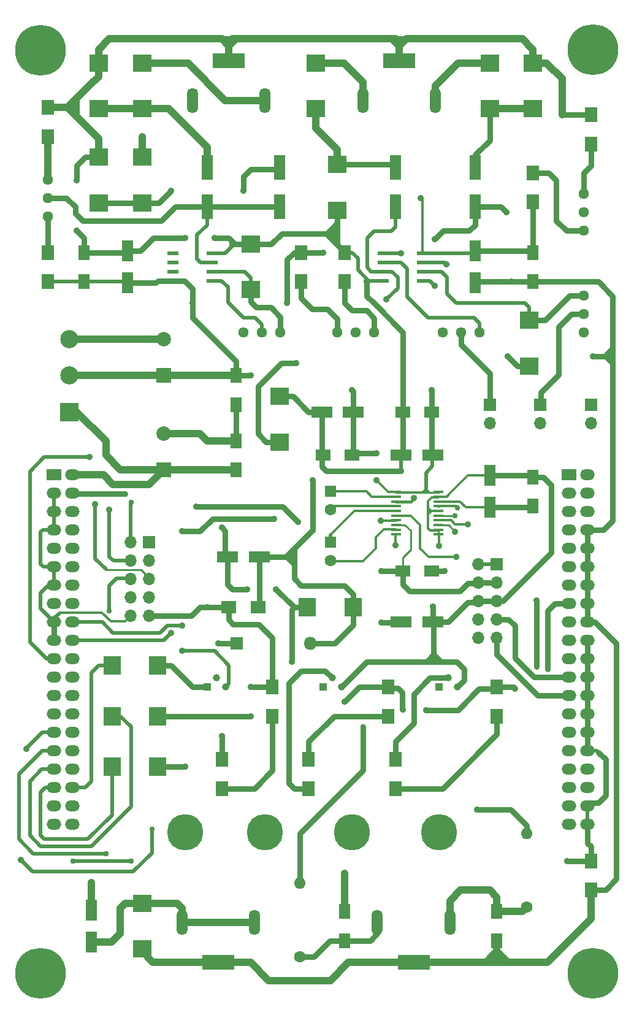
<source format=gbr>
G04 #@! TF.FileFunction,Copper,L1,Top,Signal*
%FSLAX46Y46*%
G04 Gerber Fmt 4.6, Leading zero omitted, Abs format (unit mm)*
G04 Created by KiCad (PCBNEW 4.0.7-e2-6376~58~ubuntu16.04.1) date Tue Nov 13 23:08:23 2018*
%MOMM*%
%LPD*%
G01*
G04 APERTURE LIST*
%ADD10C,0.100000*%
%ADD11R,2.000000X1.524000*%
%ADD12O,2.000000X1.524000*%
%ADD13C,7.000000*%
%ADD14O,1.500000X3.500000*%
%ADD15R,4.500000X2.000000*%
%ADD16R,1.600000X3.500000*%
%ADD17R,1.600000X2.000000*%
%ADD18R,2.000000X2.000000*%
%ADD19C,2.000000*%
%ADD20R,1.600000X3.000000*%
%ADD21R,1.600000X1.600000*%
%ADD22C,1.600000*%
%ADD23R,2.000000X1.600000*%
%ADD24R,3.000000X1.600000*%
%ADD25R,1.700000X2.000000*%
%ADD26R,1.700000X1.700000*%
%ADD27O,1.700000X1.700000*%
%ADD28C,1.000000*%
%ADD29R,1.000000X1.000000*%
%ADD30R,2.500000X2.400000*%
%ADD31C,1.440000*%
%ADD32R,2.000000X1.700000*%
%ADD33R,1.550000X0.600000*%
%ADD34R,1.450000X0.450000*%
%ADD35C,2.500000*%
%ADD36R,2.500000X2.500000*%
%ADD37R,2.400000X2.500000*%
%ADD38C,5.000000*%
%ADD39R,1.800000X1.800000*%
%ADD40O,1.800000X1.800000*%
%ADD41O,1.600000X1.600000*%
%ADD42C,0.900000*%
%ADD43C,0.750000*%
%ADD44C,0.750000*%
%ADD45C,0.500000*%
%ADD46C,1.000000*%
%ADD47C,0.300000*%
%ADD48C,0.250000*%
%ADD49C,0.400000*%
G04 APERTURE END LIST*
D10*
D11*
X143001761Y-93671721D03*
D12*
X145541761Y-93671721D03*
X143001761Y-106371721D03*
X145541761Y-96211721D03*
X143001761Y-108911721D03*
X145541761Y-98751721D03*
X143001761Y-111451721D03*
X145541761Y-101291721D03*
X143001761Y-113991721D03*
X145541761Y-103831721D03*
X143001761Y-116531721D03*
X145541761Y-106371721D03*
X143001761Y-119071721D03*
X145541761Y-108911721D03*
X143001761Y-121611721D03*
X145541761Y-111451721D03*
X143001761Y-124151721D03*
X145541761Y-113991721D03*
X143001761Y-126691721D03*
X145541761Y-116531721D03*
X143001761Y-129231721D03*
X145541761Y-119071721D03*
X143001761Y-131771721D03*
X145541761Y-121611721D03*
X145541761Y-124151721D03*
X143001761Y-134311721D03*
X145541761Y-126691721D03*
X145541761Y-131771721D03*
X145541761Y-134311721D03*
X145541761Y-136851721D03*
X145541761Y-139391721D03*
X143001761Y-136851721D03*
X143001761Y-139391721D03*
X143001761Y-96211721D03*
X143001761Y-98751721D03*
X143001761Y-101291721D03*
X143001761Y-103831721D03*
X143001761Y-141931721D03*
X145541761Y-141931721D03*
X145541761Y-129231721D03*
D11*
X71881761Y-93671721D03*
D12*
X74421761Y-93671721D03*
X71881761Y-96211721D03*
X74421761Y-96211721D03*
X71881761Y-98751721D03*
X74421761Y-98751721D03*
X71881761Y-101291721D03*
X74421761Y-101291721D03*
X71881761Y-103831721D03*
X74421761Y-103831721D03*
X71881761Y-106371721D03*
X74421761Y-106371721D03*
X71881761Y-108911721D03*
X74421761Y-108911721D03*
X71881761Y-111451721D03*
X74421761Y-111451721D03*
X71881761Y-113991721D03*
X74421761Y-113991721D03*
X71881761Y-116531721D03*
X74421761Y-116531721D03*
X71881761Y-119071721D03*
X74421761Y-119071721D03*
X71881761Y-121611721D03*
X74421761Y-121611721D03*
X71881761Y-124151721D03*
X74421761Y-124151721D03*
X71881761Y-126691721D03*
X74421761Y-126691721D03*
X71881761Y-129231721D03*
X74421761Y-129231721D03*
X71881761Y-131771721D03*
X74421761Y-131771721D03*
X71881761Y-134311721D03*
X74421761Y-134311721D03*
X71881761Y-136851721D03*
X74421761Y-136851721D03*
X71881761Y-139391721D03*
X74421761Y-139391721D03*
X71881761Y-141931721D03*
X74421761Y-141931721D03*
D13*
X69976761Y-162505721D03*
X146303761Y-162505721D03*
X69976761Y-35124721D03*
X146303761Y-34997721D03*
D14*
X114500000Y-42000000D03*
X124500000Y-42000000D03*
D15*
X119500000Y-36500000D03*
D16*
X119000000Y-51300000D03*
X119000000Y-56700000D03*
X130000000Y-51300000D03*
X130000000Y-56700000D03*
D17*
X97000000Y-93000000D03*
X97000000Y-89000000D03*
D18*
X87000000Y-93000000D03*
D19*
X87000000Y-88000000D03*
D17*
X138000000Y-63000000D03*
X138000000Y-67000000D03*
X97000000Y-80000000D03*
X97000000Y-84000000D03*
D20*
X130000000Y-62800000D03*
X130000000Y-67200000D03*
D18*
X87000000Y-80000000D03*
D19*
X87000000Y-75000000D03*
D16*
X103000000Y-51300000D03*
X103000000Y-56700000D03*
X93000000Y-51300000D03*
X93000000Y-56700000D03*
D17*
X76000000Y-67000000D03*
X76000000Y-63000000D03*
D20*
X82000000Y-67200000D03*
X82000000Y-62800000D03*
D17*
X138000000Y-98000000D03*
X138000000Y-94000000D03*
D20*
X132000000Y-98200000D03*
X132000000Y-93800000D03*
D21*
X110000000Y-103000000D03*
D22*
X110000000Y-105500000D03*
D23*
X120000000Y-107000000D03*
X124000000Y-107000000D03*
D24*
X100200000Y-105000000D03*
X95800000Y-105000000D03*
D21*
X110000000Y-96000000D03*
D22*
X110000000Y-98500000D03*
D24*
X119800000Y-114000000D03*
X124200000Y-114000000D03*
X124200000Y-91000000D03*
X119800000Y-91000000D03*
D23*
X124000000Y-85000000D03*
X120000000Y-85000000D03*
D20*
X77000000Y-153800000D03*
X77000000Y-158200000D03*
D17*
X112000000Y-158000000D03*
X112000000Y-154000000D03*
X133000000Y-154000000D03*
X133000000Y-158000000D03*
D23*
X113000000Y-91000000D03*
X109000000Y-91000000D03*
D24*
X113200000Y-85000000D03*
X108800000Y-85000000D03*
D25*
X107000000Y-137000000D03*
X107000000Y-133000000D03*
X95000000Y-133000000D03*
X95000000Y-137000000D03*
X119000000Y-133000000D03*
X119000000Y-137000000D03*
D26*
X132000000Y-84000000D03*
D27*
X132000000Y-86540000D03*
D26*
X139000000Y-84000000D03*
D27*
X139000000Y-86540000D03*
D26*
X85000000Y-103000000D03*
D27*
X82460000Y-103000000D03*
X85000000Y-105540000D03*
X82460000Y-105540000D03*
X85000000Y-108080000D03*
X82460000Y-108080000D03*
X85000000Y-110620000D03*
X82460000Y-110620000D03*
X85000000Y-113160000D03*
X82460000Y-113160000D03*
D26*
X133000000Y-106000000D03*
D27*
X130460000Y-106000000D03*
X133000000Y-108540000D03*
X130460000Y-108540000D03*
X133000000Y-111080000D03*
X130460000Y-111080000D03*
X133000000Y-113620000D03*
X130460000Y-113620000D03*
X133000000Y-116160000D03*
X130460000Y-116160000D03*
D26*
X146000000Y-84000000D03*
D27*
X146000000Y-86540000D03*
D28*
X110270000Y-121730000D03*
X111540000Y-123000000D03*
D29*
X109000000Y-123000000D03*
D28*
X94270000Y-121730000D03*
X95540000Y-123000000D03*
D29*
X93000000Y-123000000D03*
D28*
X126270000Y-121730000D03*
X127540000Y-123000000D03*
D29*
X125000000Y-123000000D03*
D25*
X106000000Y-63000000D03*
X106000000Y-67000000D03*
X112000000Y-63000000D03*
X112000000Y-67000000D03*
X138000000Y-56000000D03*
X138000000Y-52000000D03*
X146000000Y-44000000D03*
X146000000Y-48000000D03*
D30*
X108000000Y-43150000D03*
X108000000Y-36850000D03*
X132000000Y-43150000D03*
X132000000Y-36850000D03*
X111000000Y-50850000D03*
X111000000Y-57150000D03*
X138000000Y-43150000D03*
X138000000Y-36850000D03*
D31*
X125500000Y-74000000D03*
X128040000Y-74000000D03*
X130580000Y-74000000D03*
X145000000Y-74000000D03*
X145000000Y-71460000D03*
X145000000Y-68920000D03*
D25*
X71000000Y-67000000D03*
X71000000Y-63000000D03*
X71000000Y-43000000D03*
X71000000Y-47000000D03*
D31*
X98000000Y-74000000D03*
X100540000Y-74000000D03*
X103080000Y-74000000D03*
D25*
X118000000Y-123000000D03*
X118000000Y-127000000D03*
D32*
X96000000Y-112000000D03*
X100000000Y-112000000D03*
D25*
X102000000Y-123000000D03*
X102000000Y-127000000D03*
X146000000Y-147000000D03*
X146000000Y-151000000D03*
X133000000Y-123000000D03*
X133000000Y-127000000D03*
D33*
X117300000Y-63095000D03*
X117300000Y-64365000D03*
X117300000Y-65635000D03*
X117300000Y-66905000D03*
X122700000Y-66905000D03*
X122700000Y-65635000D03*
X122700000Y-64365000D03*
X122700000Y-63095000D03*
X93700000Y-66905000D03*
X93700000Y-65635000D03*
X93700000Y-64365000D03*
X93700000Y-63095000D03*
X88300000Y-63095000D03*
X88300000Y-64365000D03*
X88300000Y-65635000D03*
X88300000Y-66905000D03*
D34*
X119050000Y-96075000D03*
X119050000Y-96725000D03*
X119050000Y-97375000D03*
X119050000Y-98025000D03*
X119050000Y-98675000D03*
X119050000Y-99325000D03*
X119050000Y-99975000D03*
X119050000Y-100625000D03*
X119050000Y-101275000D03*
X119050000Y-101925000D03*
X124950000Y-101925000D03*
X124950000Y-101275000D03*
X124950000Y-100625000D03*
X124950000Y-99975000D03*
X124950000Y-99325000D03*
X124950000Y-98675000D03*
X124950000Y-98025000D03*
X124950000Y-97375000D03*
X124950000Y-96725000D03*
X124950000Y-96075000D03*
D31*
X111000000Y-74000000D03*
X113540000Y-74000000D03*
X116080000Y-74000000D03*
X145000000Y-60000000D03*
X145000000Y-57460000D03*
X145000000Y-54920000D03*
X71000000Y-58000000D03*
X71000000Y-55460000D03*
X71000000Y-52920000D03*
D35*
X74000000Y-75000000D03*
D36*
X74000000Y-85000000D03*
D35*
X74000000Y-80000000D03*
D30*
X84000000Y-56150000D03*
X84000000Y-49850000D03*
X84000000Y-43150000D03*
X84000000Y-36850000D03*
X78000000Y-56150000D03*
X78000000Y-49850000D03*
X78000000Y-43150000D03*
X78000000Y-36850000D03*
D37*
X79850000Y-127000000D03*
X86150000Y-127000000D03*
X79850000Y-120000000D03*
X86150000Y-120000000D03*
X113150000Y-112000000D03*
X106850000Y-112000000D03*
X79850000Y-134000000D03*
X86150000Y-134000000D03*
D30*
X103000000Y-82850000D03*
X103000000Y-89150000D03*
X137500000Y-72350000D03*
X137500000Y-78650000D03*
X99000000Y-61850000D03*
X99000000Y-68150000D03*
X84000000Y-159150000D03*
X84000000Y-152850000D03*
D38*
X90000000Y-143000000D03*
X101000000Y-143000000D03*
X113000000Y-143000000D03*
X125000000Y-143000000D03*
D39*
X97100000Y-117000000D03*
D40*
X107260000Y-117000000D03*
D22*
X105800000Y-160200000D03*
D41*
X105800000Y-150040000D03*
D22*
X137100000Y-153400000D03*
D41*
X137100000Y-143240000D03*
D14*
X126500000Y-155500000D03*
X116500000Y-155500000D03*
D15*
X121500000Y-161000000D03*
D14*
X99500000Y-155500000D03*
X89500000Y-155500000D03*
D15*
X94500000Y-161000000D03*
D14*
X91000000Y-42000000D03*
X101000000Y-42000000D03*
D15*
X96000000Y-36500000D03*
D42*
X135500000Y-123200000D03*
D43*
X138500000Y-120200000D03*
D42*
X138500000Y-111000000D03*
X99000000Y-123000000D03*
X112000000Y-125000000D03*
X123250000Y-126150000D03*
X120000000Y-126100000D03*
X93000000Y-93000000D03*
X93000000Y-112000000D03*
X117700000Y-69500000D03*
X134300000Y-57460000D03*
X124400000Y-61200000D03*
X124400000Y-67600000D03*
X104700000Y-119500000D03*
X124200000Y-111900000D03*
X119000000Y-103400000D03*
X125000000Y-103500000D03*
X125800000Y-107000000D03*
X142750000Y-147000000D03*
X112000000Y-148750000D03*
X95000000Y-101000000D03*
D43*
X95000000Y-89000000D03*
D42*
X102500000Y-109500000D03*
X98500000Y-109500000D03*
X89500000Y-118000000D03*
D43*
X82500000Y-97500000D03*
D42*
X109000000Y-63000000D03*
X122500000Y-55500000D03*
X99000000Y-80000000D03*
X117020000Y-114060000D03*
X117040000Y-107010000D03*
X116350000Y-94400000D03*
X116350000Y-90750000D03*
X124000000Y-82000000D03*
X113000000Y-82000000D03*
X104000000Y-70000000D03*
X91000000Y-70000000D03*
X146300000Y-77300000D03*
X134500000Y-77300000D03*
X119760000Y-93170000D03*
X121560000Y-96920000D03*
X90000000Y-61000000D03*
X94000000Y-61000000D03*
X75000000Y-60000000D03*
X75000000Y-53000000D03*
X142000000Y-44000000D03*
X135000000Y-67000000D03*
X115000000Y-67000000D03*
X88000000Y-54500000D03*
X98000000Y-54500000D03*
D43*
X127580000Y-98240000D03*
D42*
X107530000Y-94410000D03*
D43*
X140000000Y-120500000D03*
D42*
X77000000Y-150000000D03*
X95000000Y-129750000D03*
D43*
X74500000Y-147000000D03*
X82500000Y-147000000D03*
D42*
X94500000Y-117000000D03*
X84000000Y-47000000D03*
X119800000Y-63100000D03*
X126000000Y-64600000D03*
X89500000Y-114500000D03*
X79500000Y-98500000D03*
X68000000Y-131500000D03*
X77500000Y-97750000D03*
X76750000Y-91250000D03*
D43*
X79500000Y-112500000D03*
X79000000Y-146000000D03*
D42*
X88000000Y-115500000D03*
X99000000Y-127000000D03*
X90000000Y-134000000D03*
X117000000Y-100000000D03*
D43*
X114500000Y-128500000D03*
D42*
X130300000Y-139900000D03*
X127400000Y-105000000D03*
X127250000Y-101550000D03*
D43*
X85350000Y-142650000D03*
D42*
X67275000Y-146875000D03*
X129000000Y-100500000D03*
X89500000Y-101500000D03*
X102250000Y-99750000D03*
D43*
X81700000Y-96350000D03*
D42*
X91500000Y-98050000D03*
X105550000Y-100200000D03*
D43*
X127250000Y-99350000D03*
D42*
X105250000Y-78250000D03*
D44*
X96000000Y-112000000D02*
X96000000Y-113700000D01*
X102000000Y-116200000D02*
X102000000Y-123000000D01*
X100100000Y-114300000D02*
X102000000Y-116200000D01*
X96600000Y-114300000D02*
X100100000Y-114300000D01*
X96000000Y-113700000D02*
X96600000Y-114300000D01*
X135300000Y-123000000D02*
X133000000Y-123000000D01*
D45*
X135500000Y-123200000D02*
X135300000Y-123000000D01*
D44*
X138500000Y-111000000D02*
X138500000Y-120200000D01*
X102000000Y-123000000D02*
X99000000Y-123000000D01*
X112000000Y-125000000D02*
X114000000Y-123000000D01*
X114000000Y-123000000D02*
X118000000Y-123000000D01*
D45*
X118000000Y-123000000D02*
X118100000Y-123100000D01*
D44*
X118100000Y-123100000D02*
X119350000Y-123100000D01*
X130550000Y-123250000D02*
X132750000Y-123250000D01*
X127650000Y-126150000D02*
X130550000Y-123250000D01*
X123250000Y-126150000D02*
X127650000Y-126150000D01*
D45*
X119950000Y-126100000D02*
X120000000Y-126100000D01*
D44*
X119950000Y-123700000D02*
X119950000Y-126100000D01*
X119350000Y-123100000D02*
X119950000Y-123700000D01*
D45*
X132750000Y-123250000D02*
X133000000Y-123000000D01*
X117750000Y-123250000D02*
X118000000Y-123000000D01*
X96000000Y-112000000D02*
X93000000Y-112000000D01*
X93000000Y-93000000D02*
X97000000Y-93000000D01*
X130460000Y-106000000D02*
X133000000Y-106000000D01*
D44*
X85000000Y-113160000D02*
X90840000Y-113160000D01*
X92000000Y-112000000D02*
X96000000Y-112000000D01*
X90840000Y-113160000D02*
X92000000Y-112000000D01*
D46*
X74421761Y-93671721D02*
X78671721Y-93671721D01*
X85000000Y-95000000D02*
X87000000Y-93000000D01*
X80000000Y-95000000D02*
X85000000Y-95000000D01*
X78671721Y-93671721D02*
X80000000Y-95000000D01*
X87000000Y-93000000D02*
X93000000Y-93000000D01*
X93000000Y-93000000D02*
X97000000Y-93000000D01*
X74000000Y-85000000D02*
X75000000Y-85000000D01*
X75000000Y-85000000D02*
X79000000Y-89000000D01*
X79000000Y-89000000D02*
X79000000Y-91000000D01*
X79000000Y-91000000D02*
X81000000Y-93000000D01*
X81000000Y-93000000D02*
X87000000Y-93000000D01*
D44*
X111000000Y-50850000D02*
X118550000Y-50850000D01*
D45*
X118550000Y-50850000D02*
X119000000Y-51300000D01*
D46*
X108000000Y-43150000D02*
X108000000Y-45800000D01*
X111000000Y-48800000D02*
X111000000Y-50850000D01*
X108000000Y-45800000D02*
X111000000Y-48800000D01*
D45*
X117300000Y-65635000D02*
X115635000Y-65635000D01*
X119000000Y-59500000D02*
X119000000Y-56700000D01*
X118400000Y-60100000D02*
X119000000Y-59500000D01*
X116000000Y-60100000D02*
X118400000Y-60100000D01*
X115100000Y-61000000D02*
X116000000Y-60100000D01*
X115100000Y-65100000D02*
X115100000Y-61000000D01*
X115635000Y-65635000D02*
X115100000Y-65100000D01*
X118535000Y-65635000D02*
X119300000Y-66400000D01*
X119300000Y-66400000D02*
X119300000Y-67900000D01*
X119300000Y-67900000D02*
X117700000Y-69500000D01*
X117300000Y-65635000D02*
X118535000Y-65635000D01*
D46*
X132000000Y-43150000D02*
X138000000Y-43150000D01*
D44*
X130000000Y-51300000D02*
X130000000Y-49500000D01*
X132000000Y-47500000D02*
X132000000Y-43150000D01*
X130000000Y-49500000D02*
X132000000Y-47500000D01*
X130000000Y-56700000D02*
X133540000Y-56700000D01*
X133540000Y-56700000D02*
X134300000Y-57460000D01*
D45*
X123705000Y-66905000D02*
X124400000Y-67600000D01*
X122700000Y-66905000D02*
X123705000Y-66905000D01*
D44*
X130000000Y-59200000D02*
X130000000Y-56700000D01*
X129200000Y-60000000D02*
X130000000Y-59200000D01*
X125600000Y-60000000D02*
X129200000Y-60000000D01*
X124400000Y-61200000D02*
X125600000Y-60000000D01*
X104700000Y-112500000D02*
X104700000Y-112300000D01*
X104700000Y-112300000D02*
X105000000Y-112000000D01*
X104700000Y-113600000D02*
X104700000Y-112500000D01*
X104700000Y-113600000D02*
X104700000Y-119500000D01*
X124175000Y-118575000D02*
X124375000Y-118575000D01*
X124375000Y-118575000D02*
X125300000Y-119500000D01*
X123450000Y-119500000D02*
X123450000Y-119300000D01*
X123450000Y-119300000D02*
X124175000Y-118575000D01*
X124175000Y-118575000D02*
X124250000Y-118500000D01*
D47*
X72565000Y-112785000D02*
X72660000Y-112690000D01*
X81700000Y-113920000D02*
X82460000Y-113160000D01*
X79700000Y-113920000D02*
X81700000Y-113920000D01*
X78470000Y-112690000D02*
X79700000Y-113920000D01*
X78430000Y-112690000D02*
X78470000Y-112690000D01*
X72660000Y-112690000D02*
X78430000Y-112690000D01*
X71881761Y-113991721D02*
X71930000Y-113943482D01*
X71930000Y-113943482D02*
X71930000Y-113530000D01*
X71930000Y-113530000D02*
X71930000Y-113420000D01*
D45*
X71930000Y-113420000D02*
X72565000Y-112785000D01*
D47*
X72565000Y-112785000D02*
X72590000Y-112760000D01*
D45*
X71881761Y-113991721D02*
X70000000Y-112109960D01*
X70000000Y-110000000D02*
X71000000Y-109000000D01*
X70000000Y-112109960D02*
X70000000Y-110000000D01*
D48*
X71000000Y-109000000D02*
X71793482Y-109000000D01*
X71793482Y-109000000D02*
X71881761Y-108911721D01*
D44*
X71881761Y-113991721D02*
X71881761Y-116531721D01*
D48*
X71881761Y-96211721D02*
X71881761Y-98751721D01*
X138000000Y-94000000D02*
X138050000Y-94050000D01*
D44*
X138050000Y-94050000D02*
X139400000Y-94050000D01*
D48*
X133850000Y-111100000D02*
X133800000Y-111100000D01*
D44*
X133850000Y-111100000D02*
X140500000Y-104450000D01*
X140500000Y-95150000D02*
X140500000Y-104450000D01*
X139400000Y-94050000D02*
X140500000Y-95150000D01*
D48*
X133000000Y-111080000D02*
X133020000Y-111100000D01*
X133020000Y-111100000D02*
X133800000Y-111100000D01*
D44*
X124200000Y-114000000D02*
X124200000Y-111900000D01*
D47*
X123500000Y-98800000D02*
X123600000Y-98700000D01*
D48*
X123600000Y-98700000D02*
X123900000Y-98700000D01*
D47*
X123900000Y-98700000D02*
X123500000Y-98300000D01*
D48*
X123500000Y-98300000D02*
X123600000Y-98400000D01*
X123600000Y-98400000D02*
X123500000Y-98400000D01*
D47*
X123500000Y-99100000D02*
X123500000Y-98800000D01*
X123500000Y-98800000D02*
X123500000Y-98400000D01*
X123500000Y-98400000D02*
X123500000Y-97900000D01*
X123500000Y-97900000D02*
X123500000Y-97300000D01*
X123500000Y-97300000D02*
X124000000Y-96800000D01*
X124000000Y-96800000D02*
X124875000Y-96800000D01*
D48*
X124875000Y-96800000D02*
X124950000Y-96725000D01*
X124875000Y-96800000D02*
X124950000Y-96725000D01*
X119050000Y-101925000D02*
X119000000Y-101975000D01*
D47*
X119000000Y-101975000D02*
X119000000Y-103400000D01*
D44*
X124000000Y-107000000D02*
X125800000Y-107000000D01*
D47*
X125000000Y-103500000D02*
X125000000Y-101975000D01*
D48*
X125000000Y-101975000D02*
X124950000Y-101925000D01*
X124950000Y-101275000D02*
X124950000Y-101925000D01*
X124950000Y-98675000D02*
X124925000Y-98700000D01*
D47*
X124925000Y-98700000D02*
X124000000Y-98700000D01*
X124000000Y-98700000D02*
X123900000Y-98700000D01*
D48*
X123900000Y-98700000D02*
X123500000Y-99100000D01*
D47*
X123500000Y-99100000D02*
X123500000Y-100800000D01*
X123500000Y-100800000D02*
X123500000Y-100900000D01*
X123500000Y-100900000D02*
X123500000Y-101100000D01*
X123500000Y-101100000D02*
X123800000Y-101400000D01*
X123800000Y-101400000D02*
X124825000Y-101400000D01*
D48*
X124825000Y-101400000D02*
X124950000Y-101275000D01*
D47*
X132000000Y-93800000D02*
X129000000Y-93800000D01*
X126100000Y-96700000D02*
X124975000Y-96700000D01*
X126400000Y-96400000D02*
X126100000Y-96700000D01*
X129000000Y-93800000D02*
X126400000Y-96400000D01*
D48*
X124975000Y-96700000D02*
X124950000Y-96725000D01*
X124950000Y-96725000D02*
X124975000Y-96700000D01*
X124950000Y-96725000D02*
X124955000Y-96730000D01*
X131900000Y-93900000D02*
X132000000Y-93800000D01*
X124950000Y-96725000D02*
X124975000Y-96750000D01*
D46*
X112000000Y-154000000D02*
X112000000Y-148750000D01*
D44*
X142750000Y-147000000D02*
X146000000Y-147000000D01*
X124200000Y-114000000D02*
X126250000Y-114000000D01*
X129000000Y-111250000D02*
X130290000Y-111250000D01*
X126250000Y-114000000D02*
X129000000Y-111250000D01*
D45*
X130290000Y-111250000D02*
X130460000Y-111080000D01*
X124750000Y-119500000D02*
X124250000Y-119000000D01*
X123750000Y-119500000D02*
X124250000Y-119000000D01*
X124200000Y-114000000D02*
X124250000Y-114050000D01*
D44*
X124250000Y-114050000D02*
X124250000Y-118500000D01*
X124250000Y-118500000D02*
X124250000Y-119000000D01*
X124250000Y-119000000D02*
X124250000Y-119500000D01*
X132000000Y-93800000D02*
X137800000Y-93800000D01*
D45*
X137800000Y-93800000D02*
X138000000Y-94000000D01*
X145541761Y-119071721D02*
X145541761Y-124151721D01*
X145541761Y-116531721D02*
X145541761Y-119071721D01*
X145541761Y-119071721D02*
X145541761Y-121611721D01*
X97000000Y-89000000D02*
X95000000Y-89000000D01*
D44*
X95500000Y-101500000D02*
X95500000Y-104700000D01*
X95000000Y-101000000D02*
X95500000Y-101500000D01*
D45*
X95500000Y-104700000D02*
X95800000Y-105000000D01*
D44*
X146000000Y-147000000D02*
X146000000Y-145000000D01*
X145541761Y-144541761D02*
X145541761Y-141931721D01*
X146000000Y-145000000D02*
X145541761Y-144541761D01*
X111540000Y-123000000D02*
X111540000Y-122960000D01*
X111540000Y-122960000D02*
X115000000Y-119500000D01*
X128500000Y-122040000D02*
X127540000Y-123000000D01*
X125300000Y-119500000D02*
X127500000Y-119500000D01*
X128500000Y-120500000D02*
X128500000Y-122040000D01*
X127500000Y-119500000D02*
X128500000Y-120500000D01*
X115000000Y-119500000D02*
X123450000Y-119500000D01*
X123450000Y-119500000D02*
X123750000Y-119500000D01*
X123750000Y-119500000D02*
X124250000Y-119500000D01*
X124250000Y-119500000D02*
X124750000Y-119500000D01*
X124750000Y-119500000D02*
X125300000Y-119500000D01*
X95800000Y-105000000D02*
X95800000Y-108800000D01*
X105000000Y-112000000D02*
X106850000Y-112000000D01*
X102500000Y-109500000D02*
X105000000Y-112000000D01*
X96500000Y-109500000D02*
X98500000Y-109500000D01*
X95800000Y-108800000D02*
X96500000Y-109500000D01*
D45*
X96000000Y-122540000D02*
X95540000Y-123000000D01*
X96000000Y-120000000D02*
X96000000Y-122540000D01*
X94000000Y-118000000D02*
X96000000Y-120000000D01*
X93000000Y-118000000D02*
X94000000Y-118000000D01*
X89500000Y-118000000D02*
X93000000Y-118000000D01*
X71881761Y-101291721D02*
X70291721Y-101291721D01*
X70371721Y-106371721D02*
X71881761Y-106371721D01*
X70000000Y-106000000D02*
X70371721Y-106371721D01*
X70000000Y-101583442D02*
X70000000Y-106000000D01*
X70291721Y-101291721D02*
X70000000Y-101583442D01*
X71881761Y-106371721D02*
X71881761Y-108911721D01*
X71881761Y-96211721D02*
X71881761Y-101291721D01*
X145541761Y-131771721D02*
X146771721Y-131771721D01*
D44*
X147000000Y-139000000D02*
X145933482Y-139000000D01*
X148000000Y-138000000D02*
X147000000Y-139000000D01*
X148000000Y-133000000D02*
X148000000Y-138000000D01*
X147000000Y-132000000D02*
X148000000Y-133000000D01*
D45*
X146771721Y-131771721D02*
X147000000Y-132000000D01*
X145933482Y-139000000D02*
X145541761Y-139391721D01*
D44*
X145541761Y-131771721D02*
X145541761Y-129231721D01*
X145541761Y-126691721D02*
X145541761Y-116531721D01*
X145541761Y-126691721D02*
X145541761Y-129231721D01*
D45*
X145541761Y-141931721D02*
X145541761Y-139391721D01*
D44*
X130460000Y-111080000D02*
X133000000Y-111080000D01*
X97000000Y-84000000D02*
X97000000Y-89000000D01*
D46*
X87000000Y-88000000D02*
X92000000Y-88000000D01*
X92000000Y-88000000D02*
X93000000Y-89000000D01*
X93000000Y-89000000D02*
X97000000Y-89000000D01*
X74000000Y-75000000D02*
X87000000Y-75000000D01*
D45*
X82460000Y-103000000D02*
X82460000Y-97540000D01*
D47*
X82460000Y-97540000D02*
X82500000Y-97500000D01*
X122700000Y-63095000D02*
X122700000Y-55700000D01*
D44*
X109000000Y-63000000D02*
X106000000Y-63000000D01*
D47*
X122700000Y-55700000D02*
X122500000Y-55500000D01*
D44*
X97000000Y-80000000D02*
X99000000Y-80000000D01*
D45*
X119980000Y-108860000D02*
X120000000Y-108840000D01*
D44*
X127910000Y-109790000D02*
X121080000Y-109790000D01*
D45*
X121080000Y-109790000D02*
X121050000Y-109790000D01*
X121050000Y-109790000D02*
X120910000Y-109790000D01*
D44*
X120910000Y-109790000D02*
X119980000Y-108860000D01*
X130310000Y-108690000D02*
X129110000Y-108690000D01*
X129030000Y-108690000D02*
X127920000Y-109800000D01*
D45*
X129050000Y-108690000D02*
X129030000Y-108690000D01*
X129110000Y-108690000D02*
X129050000Y-108690000D01*
X127920000Y-109800000D02*
X127910000Y-109790000D01*
D44*
X120000000Y-108840000D02*
X120000000Y-107000000D01*
D45*
X130460000Y-108540000D02*
X130310000Y-108690000D01*
X120000000Y-107000000D02*
X120030000Y-107030000D01*
X119800000Y-114000000D02*
X119740000Y-114060000D01*
D44*
X119740000Y-114060000D02*
X117020000Y-114060000D01*
X117040000Y-107010000D02*
X119990000Y-107010000D01*
D45*
X119990000Y-107010000D02*
X120000000Y-107000000D01*
D47*
X118000000Y-96050000D02*
X116350000Y-94400000D01*
X119025000Y-96050000D02*
X118000000Y-96050000D01*
D44*
X116350000Y-90750000D02*
X113250000Y-90750000D01*
D48*
X113250000Y-90750000D02*
X113000000Y-91000000D01*
X119050000Y-96075000D02*
X119025000Y-96050000D01*
X118975000Y-96000000D02*
X119050000Y-96075000D01*
X120000000Y-107000000D02*
X119900000Y-107100000D01*
X120000000Y-107000000D02*
X120000000Y-105100000D01*
X120300000Y-100600000D02*
X119075000Y-100600000D01*
X120300000Y-100600000D02*
X121100000Y-101400000D01*
X121100000Y-101400000D02*
X121100000Y-103800000D01*
X121100000Y-103800000D02*
X121100000Y-104000000D01*
X121100000Y-104000000D02*
X120000000Y-105100000D01*
X119050000Y-100625000D02*
X119075000Y-100600000D01*
X122900000Y-96100000D02*
X123200000Y-95800000D01*
X123200000Y-95800000D02*
X123100000Y-95800000D01*
X123100000Y-95800000D02*
X123200000Y-95800000D01*
X122600000Y-96100000D02*
X123100000Y-95600000D01*
X123100000Y-95600000D02*
X123200000Y-95600000D01*
X123350000Y-95750000D02*
X123300000Y-95800000D01*
X123300000Y-96100000D02*
X123200000Y-96100000D01*
X123300000Y-95800000D02*
X123300000Y-96100000D01*
X123200000Y-95600000D02*
X123200000Y-95800000D01*
X123200000Y-95800000D02*
X123200000Y-96100000D01*
X123200000Y-96100000D02*
X123200000Y-96100000D01*
X119050000Y-96075000D02*
X119075000Y-96100000D01*
D47*
X119075000Y-96100000D02*
X122600000Y-96100000D01*
D48*
X122600000Y-96100000D02*
X122900000Y-96100000D01*
X122900000Y-96100000D02*
X123200000Y-96100000D01*
X123200000Y-96100000D02*
X123900000Y-96100000D01*
X124950000Y-96075000D02*
X124925000Y-96100000D01*
X124925000Y-96100000D02*
X123900000Y-96100000D01*
X123900000Y-96100000D02*
X123700000Y-96100000D01*
D45*
X124100000Y-92500000D02*
X124100000Y-91100000D01*
X123200000Y-95600000D02*
X123200000Y-93600000D01*
D48*
X123200000Y-93600000D02*
X123200000Y-93400000D01*
D45*
X123200000Y-93400000D02*
X124100000Y-92500000D01*
D48*
X123700000Y-96100000D02*
X123350000Y-95750000D01*
X123350000Y-95750000D02*
X123200000Y-95600000D01*
X124100000Y-91100000D02*
X124200000Y-91000000D01*
X124975000Y-96100000D02*
X124950000Y-96075000D01*
D44*
X130460000Y-108540000D02*
X133000000Y-108540000D01*
X113200000Y-85000000D02*
X113200000Y-90800000D01*
D45*
X113200000Y-90800000D02*
X113000000Y-91000000D01*
D44*
X124000000Y-85000000D02*
X124000000Y-90800000D01*
D45*
X124000000Y-90800000D02*
X124200000Y-91000000D01*
D44*
X124000000Y-82000000D02*
X124000000Y-85000000D01*
X113200000Y-82200000D02*
X113200000Y-85000000D01*
X113000000Y-82000000D02*
X113200000Y-82200000D01*
X105000000Y-63000000D02*
X106000000Y-63000000D01*
X104000000Y-64000000D02*
X105000000Y-63000000D01*
X104000000Y-65000000D02*
X104000000Y-64000000D01*
X104000000Y-70000000D02*
X104000000Y-65000000D01*
X88300000Y-66905000D02*
X89905000Y-66905000D01*
X89905000Y-66905000D02*
X91000000Y-68000000D01*
X91000000Y-68000000D02*
X91000000Y-70000000D01*
X97000000Y-80000000D02*
X97000000Y-78000000D01*
D45*
X91000000Y-68000000D02*
X89905000Y-66905000D01*
D44*
X91000000Y-72000000D02*
X91000000Y-70000000D01*
D45*
X91000000Y-70000000D02*
X91000000Y-68000000D01*
D44*
X97000000Y-78000000D02*
X91000000Y-72000000D01*
X130000000Y-62800000D02*
X137800000Y-62800000D01*
D45*
X137800000Y-62800000D02*
X138000000Y-63000000D01*
X122700000Y-63095000D02*
X129705000Y-63095000D01*
X129705000Y-63095000D02*
X130000000Y-62800000D01*
D44*
X138000000Y-56000000D02*
X138000000Y-63000000D01*
X82000000Y-67200000D02*
X85900000Y-67200000D01*
X85900000Y-67200000D02*
X86195000Y-66905000D01*
X86195000Y-66905000D02*
X88300000Y-66905000D01*
D45*
X76000000Y-67000000D02*
X81800000Y-67000000D01*
X81800000Y-67000000D02*
X82000000Y-67200000D01*
X71000000Y-67000000D02*
X76000000Y-67000000D01*
D46*
X87000000Y-80000000D02*
X97000000Y-80000000D01*
X74000000Y-80000000D02*
X87000000Y-80000000D01*
X96000000Y-34500000D02*
X95000000Y-33500000D01*
X96000000Y-34500000D02*
X97000000Y-33500000D01*
D44*
X97000000Y-33500000D02*
X96500000Y-33500000D01*
D46*
X119500000Y-34500000D02*
X118500000Y-33500000D01*
D44*
X118500000Y-33500000D02*
X119000000Y-33500000D01*
D46*
X119500000Y-34500000D02*
X120500000Y-33500000D01*
X119500000Y-36500000D02*
X119500000Y-34500000D01*
D44*
X119500000Y-34500000D02*
X119500000Y-33500000D01*
D46*
X96000000Y-36500000D02*
X96000000Y-34500000D01*
D44*
X96000000Y-34500000D02*
X96000000Y-33500000D01*
D46*
X78000000Y-36850000D02*
X78000000Y-35000000D01*
X78000000Y-35000000D02*
X79500000Y-33500000D01*
X79500000Y-33500000D02*
X95000000Y-33500000D01*
D44*
X95000000Y-33500000D02*
X96000000Y-33500000D01*
X96000000Y-33500000D02*
X96500000Y-33500000D01*
D46*
X96500000Y-33500000D02*
X119000000Y-33500000D01*
D44*
X119000000Y-33500000D02*
X119500000Y-33500000D01*
X119500000Y-33500000D02*
X120500000Y-33500000D01*
D46*
X120500000Y-33500000D02*
X136500000Y-33500000D01*
X138000000Y-35000000D02*
X138000000Y-36850000D01*
X136500000Y-33500000D02*
X138000000Y-35000000D01*
X94500000Y-161000000D02*
X99000000Y-161000000D01*
X99000000Y-161000000D02*
X101500000Y-163500000D01*
X101500000Y-163500000D02*
X110000000Y-163500000D01*
X110000000Y-163500000D02*
X112500000Y-161000000D01*
X112500000Y-161000000D02*
X121500000Y-161000000D01*
D44*
X132000000Y-160500000D02*
X132500000Y-160500000D01*
X134000000Y-160500000D02*
X132000000Y-160500000D01*
X132500000Y-160500000D02*
X132500000Y-160000000D01*
X133000000Y-160500000D02*
X134000000Y-160500000D01*
D46*
X133000000Y-159750000D02*
X133000000Y-160500000D01*
D44*
X133500000Y-160500000D02*
X133500000Y-160000000D01*
X134000000Y-160500000D02*
X133500000Y-160500000D01*
D46*
X133000000Y-158000000D02*
X133000000Y-159750000D01*
X133000000Y-159750000D02*
X133000000Y-159500000D01*
X133000000Y-159500000D02*
X132500000Y-160000000D01*
X132500000Y-160000000D02*
X131500000Y-161000000D01*
X121500000Y-161000000D02*
X131500000Y-161000000D01*
X131500000Y-161000000D02*
X134500000Y-161000000D01*
D44*
X84000000Y-159150000D02*
X84000000Y-159500000D01*
D46*
X84000000Y-159500000D02*
X85500000Y-161000000D01*
X85500000Y-161000000D02*
X94500000Y-161000000D01*
D44*
X110925000Y-61925000D02*
X110925000Y-58975000D01*
X110925000Y-58975000D02*
X110925000Y-57225000D01*
X110925000Y-57225000D02*
X111000000Y-57150000D01*
X148100000Y-77300000D02*
X148100000Y-77400000D01*
X148100000Y-77400000D02*
X149000000Y-78300000D01*
X148100000Y-77300000D02*
X148100000Y-77100000D01*
X148100000Y-77100000D02*
X149000000Y-76200000D01*
X137500000Y-78650000D02*
X135850000Y-78650000D01*
X149000000Y-77300000D02*
X149000000Y-77500000D01*
X146300000Y-77300000D02*
X148100000Y-77300000D01*
X148100000Y-77300000D02*
X149000000Y-77300000D01*
X135850000Y-78650000D02*
X134500000Y-77300000D01*
X110500000Y-60500000D02*
X109500000Y-60500000D01*
X109500000Y-60500000D02*
X109400000Y-60400000D01*
X110500000Y-61500000D02*
X110500000Y-60500000D01*
X110500000Y-60500000D02*
X110500000Y-59400000D01*
X110500000Y-59400000D02*
X110500000Y-59500000D01*
X110500000Y-59500000D02*
X110500000Y-59400000D01*
X74850000Y-43000000D02*
X73700000Y-43000000D01*
D46*
X74850000Y-44150000D02*
X74850000Y-43000000D01*
X74850000Y-43000000D02*
X74850000Y-41850000D01*
D44*
X74850000Y-41850000D02*
X75000000Y-41700000D01*
D45*
X96300000Y-62300000D02*
X96300000Y-61300000D01*
D46*
X142000000Y-44000000D02*
X142000000Y-39000000D01*
X139850000Y-36850000D02*
X138000000Y-36850000D01*
X142000000Y-39000000D02*
X139850000Y-36850000D01*
D44*
X109400000Y-60400000D02*
X110500000Y-61500000D01*
X110500000Y-61500000D02*
X110925000Y-61925000D01*
X110925000Y-61925000D02*
X112000000Y-63000000D01*
D45*
X109400000Y-60400000D02*
X109500000Y-60400000D01*
D44*
X109500000Y-60400000D02*
X110500000Y-59400000D01*
X101850000Y-61850000D02*
X103300000Y-60400000D01*
X99000000Y-61850000D02*
X101850000Y-61850000D01*
X103300000Y-60400000D02*
X109400000Y-60400000D01*
X111000000Y-58900000D02*
X111000000Y-57150000D01*
X110500000Y-59400000D02*
X111000000Y-58900000D01*
D49*
X119050000Y-97375000D02*
X119055000Y-97380000D01*
X119055000Y-97380000D02*
X121100000Y-97380000D01*
X119760000Y-93170000D02*
X119760000Y-91040000D01*
X121100000Y-97380000D02*
X121560000Y-96920000D01*
X119760000Y-91040000D02*
X119800000Y-91000000D01*
D44*
X119800000Y-93200000D02*
X110350000Y-93200000D01*
X108800000Y-92550000D02*
X108800000Y-91200000D01*
X109450000Y-93200000D02*
X108800000Y-92550000D01*
X110350000Y-93200000D02*
X109450000Y-93200000D01*
D48*
X108800000Y-91200000D02*
X109000000Y-91000000D01*
D47*
X116300000Y-103800000D02*
X116300000Y-102500000D01*
X114500000Y-105600000D02*
X116300000Y-103800000D01*
X114300000Y-105600000D02*
X114500000Y-105600000D01*
X114200000Y-105600000D02*
X114300000Y-105600000D01*
X110100000Y-105600000D02*
X114200000Y-105600000D01*
X117400000Y-101200000D02*
X118975000Y-101200000D01*
X117200000Y-101400000D02*
X117400000Y-101200000D01*
X116300000Y-102300000D02*
X117200000Y-101400000D01*
X116300000Y-102400000D02*
X116300000Y-102300000D01*
X116300000Y-102500000D02*
X116300000Y-102400000D01*
D48*
X118975000Y-101200000D02*
X119050000Y-101275000D01*
X110000000Y-105500000D02*
X110100000Y-105600000D01*
D45*
X119800000Y-93200000D02*
X119800000Y-91000000D01*
D48*
X119050000Y-97375000D02*
X119075000Y-97400000D01*
D44*
X145541761Y-103831721D02*
X145541761Y-106371721D01*
X145541761Y-111451721D02*
X145541761Y-108911721D01*
X145541761Y-108911721D02*
X145541761Y-106371721D01*
X145541761Y-101291721D02*
X145541761Y-103831721D01*
D45*
X145541761Y-113991721D02*
X146491721Y-113991721D01*
D44*
X146491721Y-113991721D02*
X149500000Y-117000000D01*
X148000000Y-151000000D02*
X146000000Y-151000000D01*
X149500000Y-149500000D02*
X148000000Y-151000000D01*
X149500000Y-117000000D02*
X149500000Y-149500000D01*
D46*
X133000000Y-159500000D02*
X133500000Y-160000000D01*
X133500000Y-160000000D02*
X134500000Y-161000000D01*
X146000000Y-155000000D02*
X146000000Y-151000000D01*
X134500000Y-161000000D02*
X140000000Y-161000000D01*
X140000000Y-161000000D02*
X146000000Y-155000000D01*
D44*
X108800000Y-85000000D02*
X108800000Y-90800000D01*
D45*
X108800000Y-90800000D02*
X109000000Y-91000000D01*
D44*
X120000000Y-85000000D02*
X120000000Y-90800000D01*
D45*
X120000000Y-90800000D02*
X119800000Y-91000000D01*
D44*
X103000000Y-82850000D02*
X104850000Y-82850000D01*
X107000000Y-85000000D02*
X108800000Y-85000000D01*
X104850000Y-82850000D02*
X107000000Y-85000000D01*
X138000000Y-67000000D02*
X147000000Y-67000000D01*
X147000000Y-67000000D02*
X149000000Y-69000000D01*
X149000000Y-69000000D02*
X149000000Y-76200000D01*
X149000000Y-76200000D02*
X149000000Y-77500000D01*
X149000000Y-77500000D02*
X149000000Y-78300000D01*
X149000000Y-100000000D02*
X149000000Y-81000000D01*
X149000000Y-78300000D02*
X149000000Y-79400000D01*
X149000000Y-79400000D02*
X149000000Y-80300000D01*
X149000000Y-80300000D02*
X149000000Y-81000000D01*
X145541761Y-101291721D02*
X147708279Y-101291721D01*
X147708279Y-101291721D02*
X149000000Y-100000000D01*
X82000000Y-62800000D02*
X83800000Y-62800000D01*
X83800000Y-62800000D02*
X85600000Y-61000000D01*
X85600000Y-61000000D02*
X89000000Y-61000000D01*
X89000000Y-61000000D02*
X90000000Y-61000000D01*
X94000000Y-61000000D02*
X96000000Y-61000000D01*
X96000000Y-61000000D02*
X96300000Y-61300000D01*
X96300000Y-61300000D02*
X96850000Y-61850000D01*
D45*
X96850000Y-61850000D02*
X97000000Y-61850000D01*
D44*
X78000000Y-49850000D02*
X76150000Y-49850000D01*
X76000000Y-61000000D02*
X76000000Y-63000000D01*
X75000000Y-60000000D02*
X76000000Y-61000000D01*
X75000000Y-51000000D02*
X75000000Y-53000000D01*
X76150000Y-49850000D02*
X75000000Y-51000000D01*
X76000000Y-63000000D02*
X81800000Y-63000000D01*
D45*
X81800000Y-63000000D02*
X82000000Y-62800000D01*
D44*
X142000000Y-44000000D02*
X146000000Y-44000000D01*
D46*
X71000000Y-43000000D02*
X73700000Y-43000000D01*
X73700000Y-43000000D02*
X74850000Y-44150000D01*
X74850000Y-44150000D02*
X78000000Y-47300000D01*
X78000000Y-47300000D02*
X78000000Y-49850000D01*
D44*
X115000000Y-67000000D02*
X115000000Y-68000000D01*
X120000000Y-74000000D02*
X120000000Y-85000000D01*
X116000000Y-70000000D02*
X120000000Y-74000000D01*
X115000000Y-69000000D02*
X116000000Y-70000000D01*
X115000000Y-68000000D02*
X115000000Y-69000000D01*
D45*
X137850000Y-79000000D02*
X137500000Y-78650000D01*
D44*
X145541761Y-101291721D02*
X145541761Y-113991721D01*
D45*
X117300000Y-66905000D02*
X115095000Y-66905000D01*
X134800000Y-67200000D02*
X130000000Y-67200000D01*
X135000000Y-67000000D02*
X134800000Y-67200000D01*
X115095000Y-66905000D02*
X115000000Y-67000000D01*
X117300000Y-66905000D02*
X115305000Y-66905000D01*
X115305000Y-66905000D02*
X113800000Y-65400000D01*
X113800000Y-65400000D02*
X113800000Y-63800000D01*
X113800000Y-63800000D02*
X113000000Y-63000000D01*
X113000000Y-63000000D02*
X112000000Y-63000000D01*
D46*
X78000000Y-36850000D02*
X78000000Y-38700000D01*
X78000000Y-38700000D02*
X76850000Y-39850000D01*
X76850000Y-39850000D02*
X75000000Y-41700000D01*
X75000000Y-41700000D02*
X73700000Y-43000000D01*
D44*
X138000000Y-67000000D02*
X130200000Y-67000000D01*
D45*
X130200000Y-67000000D02*
X130000000Y-67200000D01*
X93700000Y-63095000D02*
X95505000Y-63095000D01*
X95505000Y-63095000D02*
X96300000Y-62300000D01*
X96300000Y-62300000D02*
X96750000Y-61850000D01*
X96750000Y-61850000D02*
X97000000Y-61850000D01*
D44*
X97000000Y-61850000D02*
X99000000Y-61850000D01*
X102800000Y-51500000D02*
X99000000Y-51500000D01*
X86350000Y-56150000D02*
X88000000Y-54500000D01*
X98000000Y-54500000D02*
X98000000Y-52500000D01*
X98000000Y-52500000D02*
X98500000Y-52000000D01*
X98500000Y-52000000D02*
X99000000Y-51500000D01*
X86350000Y-56150000D02*
X84000000Y-56150000D01*
X102800000Y-51500000D02*
X103000000Y-51300000D01*
X78000000Y-56150000D02*
X84000000Y-56150000D01*
X71000000Y-55460000D02*
X73560000Y-55460000D01*
X88600000Y-56700000D02*
X93000000Y-56700000D01*
X86700000Y-58600000D02*
X88600000Y-56700000D01*
X75800000Y-58600000D02*
X86700000Y-58600000D01*
X74800000Y-57600000D02*
X75800000Y-58600000D01*
X74800000Y-56700000D02*
X74800000Y-57600000D01*
X73560000Y-55460000D02*
X74800000Y-56700000D01*
X93000000Y-56700000D02*
X103000000Y-56700000D01*
D45*
X93700000Y-64365000D02*
X92065000Y-64365000D01*
X93000000Y-59200000D02*
X93000000Y-56700000D01*
X91600000Y-60600000D02*
X93000000Y-59200000D01*
X91600000Y-63900000D02*
X91600000Y-60600000D01*
X92065000Y-64365000D02*
X91600000Y-63900000D01*
D46*
X84000000Y-43150000D02*
X87650000Y-43150000D01*
X93000000Y-48500000D02*
X93000000Y-51300000D01*
X87650000Y-43150000D02*
X93000000Y-48500000D01*
X78000000Y-43150000D02*
X84000000Y-43150000D01*
D47*
X119050000Y-98675000D02*
X113325000Y-98675000D01*
D45*
X110000000Y-102000000D02*
X110000000Y-103000000D01*
D47*
X113325000Y-98675000D02*
X110000000Y-102000000D01*
D44*
X107260000Y-117000000D02*
X110600000Y-117000000D01*
X113150000Y-114450000D02*
X113150000Y-112000000D01*
X110600000Y-117000000D02*
X113150000Y-114450000D01*
X105000000Y-106000000D02*
X105000000Y-103900000D01*
D45*
X105000000Y-105200000D02*
X104200000Y-105200000D01*
X104500000Y-105200000D02*
X104500000Y-105500000D01*
X104200000Y-105200000D02*
X104500000Y-105200000D01*
X105000000Y-104900000D02*
X103970000Y-104900000D01*
X103970000Y-104900000D02*
X103900000Y-104970000D01*
X105000000Y-106000000D02*
X105000000Y-105200000D01*
X105000000Y-105200000D02*
X105000000Y-104900000D01*
X105000000Y-104900000D02*
X105000000Y-103900000D01*
X105200000Y-103700000D02*
X105200000Y-103670000D01*
X105000000Y-103900000D02*
X105200000Y-103700000D01*
D47*
X127580000Y-98240000D02*
X127365000Y-98025000D01*
X127365000Y-98025000D02*
X124950000Y-98025000D01*
D44*
X105200000Y-103670000D02*
X105810000Y-103060000D01*
D49*
X107410000Y-101460000D02*
X107530000Y-101340000D01*
D44*
X105810000Y-103060000D02*
X107410000Y-101460000D01*
X107530000Y-101340000D02*
X107530000Y-94410000D01*
D49*
X103900000Y-104990000D02*
X103900000Y-104970000D01*
D44*
X100210000Y-104990000D02*
X103900000Y-104990000D01*
X103900000Y-104970000D02*
X105200000Y-103670000D01*
D47*
X127470000Y-98240000D02*
X127260000Y-98030000D01*
X127580000Y-98240000D02*
X127470000Y-98240000D01*
D49*
X100200000Y-105000000D02*
X100210000Y-104990000D01*
X100200000Y-105000000D02*
X100230000Y-104970000D01*
X124965000Y-98010000D02*
X124950000Y-98025000D01*
D47*
X113150000Y-112000000D02*
X113160000Y-112010000D01*
X124950000Y-98025000D02*
X124965000Y-98010000D01*
D48*
X124950000Y-98025000D02*
X124975000Y-98050000D01*
X113250000Y-112100000D02*
X113150000Y-112000000D01*
X125025000Y-98100000D02*
X124950000Y-98025000D01*
D47*
X124975000Y-98000000D02*
X124950000Y-98025000D01*
D45*
X100200000Y-105000000D02*
X104000000Y-105000000D01*
D44*
X104000000Y-105000000D02*
X104500000Y-105500000D01*
X104500000Y-105500000D02*
X105000000Y-106000000D01*
X105000000Y-106000000D02*
X105000000Y-108000000D01*
X105000000Y-108000000D02*
X106000000Y-109000000D01*
X106000000Y-109000000D02*
X112000000Y-109000000D01*
X112000000Y-109000000D02*
X113150000Y-110150000D01*
X113150000Y-110150000D02*
X113150000Y-112000000D01*
X100200000Y-105000000D02*
X100200000Y-111800000D01*
D45*
X100200000Y-111800000D02*
X100000000Y-112000000D01*
D47*
X119050000Y-96725000D02*
X115725000Y-96725000D01*
X115000000Y-96000000D02*
X110000000Y-96000000D01*
X115725000Y-96725000D02*
X115000000Y-96000000D01*
X119050000Y-98025000D02*
X110475000Y-98025000D01*
X110475000Y-98025000D02*
X110000000Y-98500000D01*
D44*
X141048279Y-111451721D02*
X140000000Y-112500000D01*
X140000000Y-112500000D02*
X140000000Y-120500000D01*
X143001761Y-111451721D02*
X141048279Y-111451721D01*
D46*
X77000000Y-150000000D02*
X77000000Y-153800000D01*
X89500000Y-155500000D02*
X99500000Y-155500000D01*
X84000000Y-152850000D02*
X88850000Y-152850000D01*
X89500000Y-153500000D02*
X89500000Y-155500000D01*
X88850000Y-152850000D02*
X89500000Y-153500000D01*
X77000000Y-158200000D02*
X79800000Y-158200000D01*
X81650000Y-152850000D02*
X84000000Y-152850000D01*
X81000000Y-153500000D02*
X81650000Y-152850000D01*
X81000000Y-157000000D02*
X81000000Y-153500000D01*
X79800000Y-158200000D02*
X81000000Y-157000000D01*
D44*
X112000000Y-158000000D02*
X115500000Y-158000000D01*
X115500000Y-158000000D02*
X116500000Y-157000000D01*
X116500000Y-157000000D02*
X116500000Y-155500000D01*
X105800000Y-160200000D02*
X107700000Y-160200000D01*
X109900000Y-158000000D02*
X112000000Y-158000000D01*
X107700000Y-160200000D02*
X109900000Y-158000000D01*
D46*
X126500000Y-155500000D02*
X126500000Y-152500000D01*
X133000000Y-152000000D02*
X133000000Y-154000000D01*
X132000000Y-151000000D02*
X133000000Y-152000000D01*
X128000000Y-151000000D02*
X132000000Y-151000000D01*
X126500000Y-152500000D02*
X128000000Y-151000000D01*
X133000000Y-154000000D02*
X136500000Y-154000000D01*
X136500000Y-154000000D02*
X137100000Y-153400000D01*
D44*
X107000000Y-137000000D02*
X105000000Y-137000000D01*
X109290000Y-120750000D02*
X110270000Y-121730000D01*
X106000000Y-120750000D02*
X109290000Y-120750000D01*
X104250000Y-122500000D02*
X106000000Y-120750000D01*
X104250000Y-136250000D02*
X104250000Y-122500000D01*
X105000000Y-137000000D02*
X104250000Y-136250000D01*
D45*
X106750000Y-137250000D02*
X107000000Y-137000000D01*
D44*
X118000000Y-127000000D02*
X110500000Y-127000000D01*
X107000000Y-130500000D02*
X107000000Y-133000000D01*
X110500000Y-127000000D02*
X107000000Y-130500000D01*
X95000000Y-129750000D02*
X95000000Y-133000000D01*
X102000000Y-127000000D02*
X102000000Y-134500000D01*
X99500000Y-137000000D02*
X95000000Y-137000000D01*
X102000000Y-134500000D02*
X99500000Y-137000000D01*
X94500000Y-117000000D02*
X97100000Y-117000000D01*
D45*
X74500000Y-147000000D02*
X82500000Y-147000000D01*
D44*
X94500000Y-117000000D02*
X96500000Y-117000000D01*
X126270000Y-121730000D02*
X123770000Y-121730000D01*
X119000000Y-130500000D02*
X119000000Y-133000000D01*
X121500000Y-128000000D02*
X119000000Y-130500000D01*
X121500000Y-124000000D02*
X121500000Y-128000000D01*
X123770000Y-121730000D02*
X121500000Y-124000000D01*
X119000000Y-137000000D02*
X125500000Y-137000000D01*
X133000000Y-129500000D02*
X133000000Y-127000000D01*
X125500000Y-137000000D02*
X133000000Y-129500000D01*
D46*
X108000000Y-36850000D02*
X111850000Y-36850000D01*
X114500000Y-39500000D02*
X114500000Y-42000000D01*
X111850000Y-36850000D02*
X114500000Y-39500000D01*
X132000000Y-36850000D02*
X127650000Y-36850000D01*
X124500000Y-40000000D02*
X124500000Y-42000000D01*
X127650000Y-36850000D02*
X124500000Y-40000000D01*
X84000000Y-47000000D02*
X84000000Y-49850000D01*
X84000000Y-36850000D02*
X90350000Y-36850000D01*
X95500000Y-42000000D02*
X101000000Y-42000000D01*
X90350000Y-36850000D02*
X95500000Y-42000000D01*
D45*
X119795000Y-63095000D02*
X117300000Y-63095000D01*
X119800000Y-63100000D02*
X119795000Y-63095000D01*
D44*
X128040000Y-74000000D02*
X128040000Y-75740000D01*
X132000000Y-79700000D02*
X132000000Y-84000000D01*
X128040000Y-75740000D02*
X132000000Y-79700000D01*
D45*
X126000000Y-64600000D02*
X125765000Y-64365000D01*
X125765000Y-64365000D02*
X122700000Y-64365000D01*
D44*
X145000000Y-71460000D02*
X143340000Y-71460000D01*
X139100000Y-82300000D02*
X139100000Y-83900000D01*
X141500000Y-79900000D02*
X139100000Y-82300000D01*
X141500000Y-73300000D02*
X141500000Y-79900000D01*
X143340000Y-71460000D02*
X141500000Y-73300000D01*
D45*
X139100000Y-83900000D02*
X139000000Y-84000000D01*
X74421761Y-113991721D02*
X78491721Y-113991721D01*
X87500000Y-114500000D02*
X89500000Y-114500000D01*
X86500000Y-115500000D02*
X87500000Y-114500000D01*
X80000000Y-115500000D02*
X86500000Y-115500000D01*
X78491721Y-113991721D02*
X80000000Y-115500000D01*
X71881761Y-129231721D02*
X70231721Y-129231721D01*
X80040000Y-105540000D02*
X82460000Y-105540000D01*
X79500000Y-105000000D02*
X80040000Y-105540000D01*
X79500000Y-98500000D02*
X79500000Y-105000000D01*
X68000000Y-131463442D02*
X68000000Y-131500000D01*
X70231721Y-129231721D02*
X68000000Y-131463442D01*
D48*
X85000000Y-108080000D02*
X85000000Y-107900000D01*
X85000000Y-107900000D02*
X83900000Y-106800000D01*
X83900000Y-106800000D02*
X79050000Y-106800000D01*
X79050000Y-106800000D02*
X79000000Y-106750000D01*
D45*
X71881761Y-119071721D02*
X70821721Y-119071721D01*
X77500000Y-105250000D02*
X79000000Y-106750000D01*
X77500000Y-97750000D02*
X77500000Y-105250000D01*
X70500000Y-91250000D02*
X76750000Y-91250000D01*
X68500000Y-93250000D02*
X70500000Y-91250000D01*
X68500000Y-116750000D02*
X68500000Y-93250000D01*
X70821721Y-119071721D02*
X68500000Y-116750000D01*
X71881761Y-131771721D02*
X70228279Y-131771721D01*
X80500000Y-108000000D02*
X82380000Y-108000000D01*
X79500000Y-109000000D02*
X80500000Y-108000000D01*
X79500000Y-112500000D02*
X79500000Y-109000000D01*
X77500000Y-146000000D02*
X79000000Y-146000000D01*
X69000000Y-146000000D02*
X77500000Y-146000000D01*
X67000000Y-144000000D02*
X69000000Y-146000000D01*
X67000000Y-135000000D02*
X67000000Y-144000000D01*
X67500000Y-134500000D02*
X67000000Y-135000000D01*
X70228279Y-131771721D02*
X67500000Y-134500000D01*
X82380000Y-108000000D02*
X82460000Y-108080000D01*
X86968279Y-116531721D02*
X88000000Y-115500000D01*
X74421761Y-116531721D02*
X86968279Y-116531721D01*
D44*
X133000000Y-113620000D02*
X134620000Y-113620000D01*
X138111721Y-121611721D02*
X143001761Y-121611721D01*
X135500000Y-119000000D02*
X138111721Y-121611721D01*
X135500000Y-114500000D02*
X135500000Y-119000000D01*
X134620000Y-113620000D02*
X135500000Y-114500000D01*
X133000000Y-116160000D02*
X133000000Y-118500000D01*
X138651721Y-124151721D02*
X143001761Y-124151721D01*
X133000000Y-118500000D02*
X138651721Y-124151721D01*
D45*
X93700000Y-66905000D02*
X94995000Y-66905000D01*
X100540000Y-72940000D02*
X100540000Y-74000000D01*
X99600000Y-72000000D02*
X100540000Y-72940000D01*
X98000000Y-72000000D02*
X99600000Y-72000000D01*
X95900000Y-69900000D02*
X98000000Y-72000000D01*
X95900000Y-67810000D02*
X95900000Y-69900000D01*
X94995000Y-66905000D02*
X95900000Y-67810000D01*
D44*
X86150000Y-127000000D02*
X99000000Y-127000000D01*
X86150000Y-120000000D02*
X88000000Y-120000000D01*
X91000000Y-123000000D02*
X93000000Y-123000000D01*
X88000000Y-120000000D02*
X91000000Y-123000000D01*
X90000000Y-134000000D02*
X86150000Y-134000000D01*
X111000000Y-74000000D02*
X111000000Y-72200000D01*
X106000000Y-69300000D02*
X106000000Y-67000000D01*
X107500000Y-70800000D02*
X106000000Y-69300000D01*
X109600000Y-70800000D02*
X107500000Y-70800000D01*
X111000000Y-72200000D02*
X109600000Y-70800000D01*
X112000000Y-67000000D02*
X112000000Y-70000000D01*
X116080000Y-72080000D02*
X116080000Y-74000000D01*
X115000000Y-71000000D02*
X116080000Y-72080000D01*
X113000000Y-71000000D02*
X115000000Y-71000000D01*
X112000000Y-70000000D02*
X113000000Y-71000000D01*
X138000000Y-52000000D02*
X140200000Y-52000000D01*
X142600000Y-60000000D02*
X145000000Y-60000000D01*
X141200000Y-58600000D02*
X142600000Y-60000000D01*
X141200000Y-53000000D02*
X141200000Y-58600000D01*
X140200000Y-52000000D02*
X141200000Y-53000000D01*
X146000000Y-48000000D02*
X146000000Y-51000000D01*
X145000000Y-52000000D02*
X145000000Y-54920000D01*
X146000000Y-51000000D02*
X145000000Y-52000000D01*
X71000000Y-58000000D02*
X71000000Y-63000000D01*
D46*
X71000000Y-47000000D02*
X71000000Y-52920000D01*
D45*
X71881761Y-134311721D02*
X70188279Y-134311721D01*
X82500000Y-128500000D02*
X81000000Y-127000000D01*
X82500000Y-139500000D02*
X82500000Y-128500000D01*
X77000000Y-145000000D02*
X82500000Y-139500000D01*
X70000000Y-145000000D02*
X77000000Y-145000000D01*
X68500000Y-143500000D02*
X70000000Y-145000000D01*
X68500000Y-136000000D02*
X68500000Y-143500000D01*
X70188279Y-134311721D02*
X68500000Y-136000000D01*
X81000000Y-127000000D02*
X79850000Y-127000000D01*
X74421761Y-136851721D02*
X76148279Y-136851721D01*
X78000000Y-120000000D02*
X79850000Y-120000000D01*
X77000000Y-121000000D02*
X78000000Y-120000000D01*
X77000000Y-136000000D02*
X77000000Y-121000000D01*
X76148279Y-136851721D02*
X77000000Y-136000000D01*
X71881761Y-136851721D02*
X70648279Y-136851721D01*
X79850000Y-140650000D02*
X79850000Y-134000000D01*
X76500000Y-144000000D02*
X79850000Y-140650000D01*
X70500000Y-144000000D02*
X76500000Y-144000000D01*
X70000000Y-143500000D02*
X70500000Y-144000000D01*
X70000000Y-137500000D02*
X70000000Y-143500000D01*
X70648279Y-136851721D02*
X70000000Y-137500000D01*
D44*
X114500000Y-128500000D02*
X114500000Y-134500000D01*
X114500000Y-134500000D02*
X105800000Y-143200000D01*
X105800000Y-143200000D02*
X105800000Y-150040000D01*
D47*
X117000000Y-100000000D02*
X119025000Y-100000000D01*
X119025000Y-100000000D02*
X119050000Y-99975000D01*
D48*
X119025000Y-100000000D02*
X119050000Y-99975000D01*
X119050000Y-99975000D02*
X119025000Y-99950000D01*
X119050000Y-99975000D02*
X119025000Y-100000000D01*
D44*
X130300000Y-139900000D02*
X134900000Y-139900000D01*
X137100000Y-142100000D02*
X137100000Y-143240000D01*
X134900000Y-139900000D02*
X137100000Y-142100000D01*
D47*
X122400000Y-103900000D02*
X122500000Y-103900000D01*
X121125000Y-99325000D02*
X122400000Y-100600000D01*
X122400000Y-100600000D02*
X122400000Y-103900000D01*
X119050000Y-99325000D02*
X121125000Y-99325000D01*
X123600000Y-105000000D02*
X127200000Y-105000000D01*
X122500000Y-103900000D02*
X123600000Y-105000000D01*
X127400000Y-105000000D02*
X127200000Y-105000000D01*
X119050000Y-99325000D02*
X119075000Y-99350000D01*
D48*
X126350000Y-100650000D02*
X127250000Y-101550000D01*
X124975000Y-100650000D02*
X126350000Y-100650000D01*
D45*
X68850000Y-148450000D02*
X67275000Y-146875000D01*
X82800000Y-148450000D02*
X68850000Y-148450000D01*
X85350000Y-145900000D02*
X82800000Y-148450000D01*
D48*
X85350000Y-145850000D02*
X85350000Y-145900000D01*
D45*
X85350000Y-142650000D02*
X85350000Y-145850000D01*
D48*
X67275000Y-146875000D02*
X67250000Y-146850000D01*
X124950000Y-100625000D02*
X124975000Y-100650000D01*
D47*
X126725000Y-99975000D02*
X127250000Y-100500000D01*
X127250000Y-100500000D02*
X128250000Y-100500000D01*
X124950000Y-99975000D02*
X126725000Y-99975000D01*
D44*
X89500000Y-101500000D02*
X92000000Y-101500000D01*
X92000000Y-101500000D02*
X93750000Y-99750000D01*
X93750000Y-99750000D02*
X102250000Y-99750000D01*
D47*
X129000000Y-100500000D02*
X128250000Y-100500000D01*
D48*
X124975000Y-99950000D02*
X124950000Y-99975000D01*
X74421761Y-96211721D02*
X74510040Y-96300000D01*
D44*
X74510040Y-96300000D02*
X81650000Y-96300000D01*
D48*
X81650000Y-96300000D02*
X81700000Y-96350000D01*
D44*
X91500000Y-98050000D02*
X103400000Y-98050000D01*
X103400000Y-98050000D02*
X105550000Y-100200000D01*
D48*
X127250000Y-99350000D02*
X124975000Y-99350000D01*
X124975000Y-99350000D02*
X124950000Y-99325000D01*
D44*
X101150000Y-89150000D02*
X103000000Y-89150000D01*
X100000000Y-88000000D02*
X101150000Y-89150000D01*
X100000000Y-81500000D02*
X100000000Y-88000000D01*
X103250000Y-78250000D02*
X100000000Y-81500000D01*
X105250000Y-78250000D02*
X103250000Y-78250000D01*
D45*
X117300000Y-64365000D02*
X119765000Y-64365000D01*
X130580000Y-72780000D02*
X130580000Y-74000000D01*
X129800000Y-72000000D02*
X130580000Y-72780000D01*
X123500000Y-72000000D02*
X129800000Y-72000000D01*
X120600000Y-69100000D02*
X123500000Y-72000000D01*
X120600000Y-65200000D02*
X120600000Y-69100000D01*
X119765000Y-64365000D02*
X120600000Y-65200000D01*
D44*
X137500000Y-72350000D02*
X139650000Y-72350000D01*
X143080000Y-68920000D02*
X145000000Y-68920000D01*
X139650000Y-72350000D02*
X143080000Y-68920000D01*
D45*
X137500000Y-72350000D02*
X137500000Y-70600000D01*
X125335000Y-65635000D02*
X122700000Y-65635000D01*
X126100000Y-66400000D02*
X125335000Y-65635000D01*
X126100000Y-68700000D02*
X126100000Y-66400000D01*
X127400000Y-70000000D02*
X126100000Y-68700000D01*
X136900000Y-70000000D02*
X127400000Y-70000000D01*
X137500000Y-70600000D02*
X136900000Y-70000000D01*
D44*
X99000000Y-68150000D02*
X99000000Y-69800000D01*
X103080000Y-71880000D02*
X103080000Y-74000000D01*
X101800000Y-70600000D02*
X103080000Y-71880000D01*
X99800000Y-70600000D02*
X101800000Y-70600000D01*
X99000000Y-69800000D02*
X99800000Y-70600000D01*
D45*
X93700000Y-65635000D02*
X98135000Y-65635000D01*
X99000000Y-66500000D02*
X99000000Y-68150000D01*
X98135000Y-65635000D02*
X99000000Y-66500000D01*
D44*
X132000000Y-98200000D02*
X137800000Y-98200000D01*
D47*
X137800000Y-98200000D02*
X138000000Y-98000000D01*
X124950000Y-97375000D02*
X127875000Y-97375000D01*
X128700000Y-98200000D02*
X132000000Y-98200000D01*
X127875000Y-97375000D02*
X128700000Y-98200000D01*
M02*

</source>
